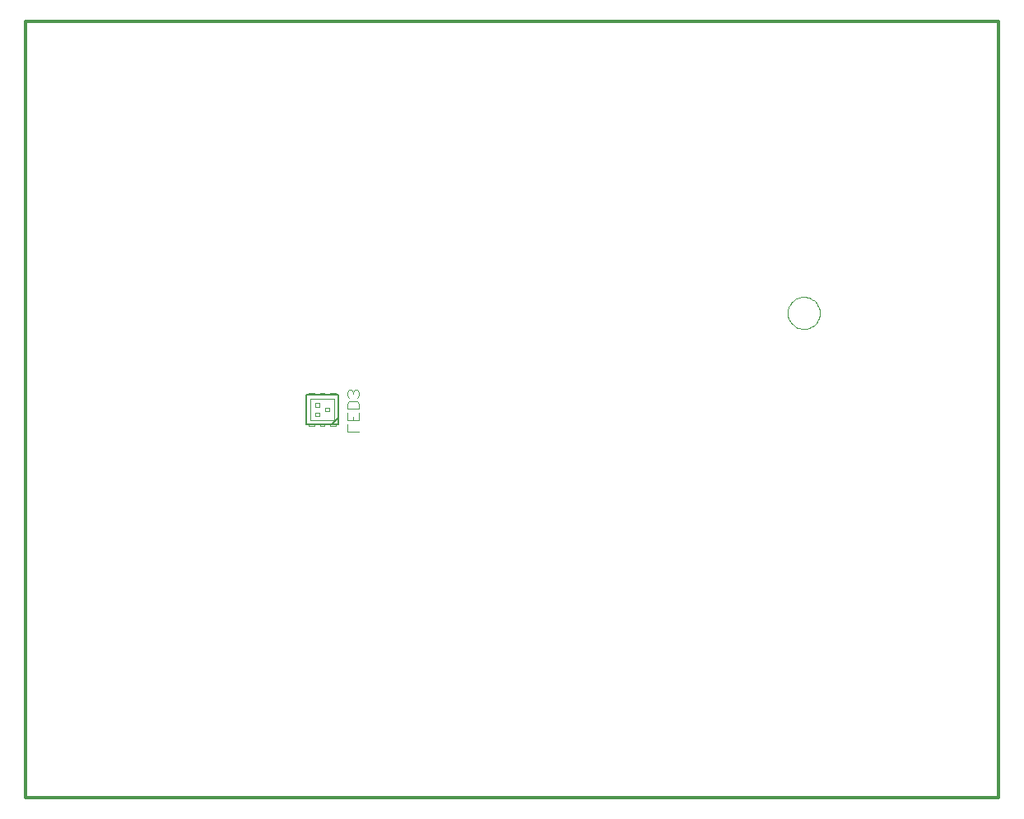
<source format=gbo>
G75*
%MOIN*%
%OFA0B0*%
%FSLAX24Y24*%
%IPPOS*%
%LPD*%
%AMOC8*
5,1,8,0,0,1.08239X$1,22.5*
%
%ADD10C,0.0120*%
%ADD11C,0.0040*%
%ADD12C,0.0080*%
%ADD13C,0.0000*%
D10*
X013160Y000220D02*
X013160Y031716D01*
X052530Y031716D01*
X052530Y000220D01*
X013160Y000220D01*
D11*
X026180Y015067D02*
X026180Y015374D01*
X026180Y015528D02*
X026180Y015835D01*
X026180Y015988D02*
X026180Y016218D01*
X026257Y016295D01*
X026564Y016295D01*
X026641Y016218D01*
X026641Y015988D01*
X026180Y015988D01*
X026411Y015681D02*
X026411Y015528D01*
X026641Y015528D02*
X026180Y015528D01*
X026180Y015067D02*
X026641Y015067D01*
X026641Y015528D02*
X026641Y015835D01*
X026564Y016448D02*
X026641Y016525D01*
X026641Y016679D01*
X026564Y016755D01*
X026487Y016755D01*
X026411Y016679D01*
X026334Y016755D01*
X026257Y016755D01*
X026180Y016679D01*
X026180Y016525D01*
X026257Y016448D01*
X026411Y016602D02*
X026411Y016679D01*
X025712Y016637D02*
X025712Y016559D01*
X025712Y016637D02*
X025475Y016637D01*
X025475Y016559D01*
X025239Y016559D02*
X025239Y016637D01*
X025082Y016637D01*
X025082Y016559D01*
X024845Y016559D02*
X024845Y016637D01*
X024609Y016637D01*
X024609Y016559D01*
X024668Y016401D02*
X024668Y015535D01*
X025652Y015535D01*
X025652Y016401D01*
X024668Y016401D01*
X024885Y016244D02*
X024885Y016086D01*
X025042Y016086D01*
X025042Y016244D01*
X024885Y016244D01*
X024885Y015850D02*
X024885Y015692D01*
X025042Y015692D01*
X025042Y015850D01*
X024885Y015850D01*
X025278Y015889D02*
X025436Y015889D01*
X025436Y016047D01*
X025278Y016047D01*
X025278Y015889D01*
X025239Y015377D02*
X025239Y015299D01*
X025082Y015299D01*
X025082Y015377D01*
X024845Y015377D02*
X024845Y015299D01*
X024609Y015299D01*
X024609Y015377D01*
X025475Y015377D02*
X025475Y015299D01*
X025712Y015299D01*
X025712Y015377D01*
D12*
X025810Y015377D01*
X025810Y015633D01*
X025554Y015377D01*
X025712Y015377D01*
X025554Y015377D02*
X025475Y015377D01*
X025239Y015377D01*
X025082Y015377D01*
X024845Y015377D01*
X024609Y015377D01*
X024511Y015377D01*
X024511Y016559D01*
X024609Y016559D01*
X024845Y016559D01*
X025082Y016559D01*
X025239Y016559D01*
X025475Y016559D01*
X025712Y016559D01*
X025810Y016559D01*
X025810Y015633D01*
D13*
X044010Y019883D02*
X044012Y019933D01*
X044018Y019983D01*
X044028Y020033D01*
X044041Y020081D01*
X044058Y020129D01*
X044079Y020175D01*
X044103Y020219D01*
X044131Y020261D01*
X044162Y020301D01*
X044196Y020338D01*
X044233Y020373D01*
X044272Y020404D01*
X044313Y020433D01*
X044357Y020458D01*
X044403Y020480D01*
X044450Y020498D01*
X044498Y020512D01*
X044547Y020523D01*
X044597Y020530D01*
X044647Y020533D01*
X044698Y020532D01*
X044748Y020527D01*
X044798Y020518D01*
X044846Y020506D01*
X044894Y020489D01*
X044940Y020469D01*
X044985Y020446D01*
X045028Y020419D01*
X045068Y020389D01*
X045106Y020356D01*
X045141Y020320D01*
X045174Y020281D01*
X045203Y020240D01*
X045229Y020197D01*
X045252Y020152D01*
X045271Y020105D01*
X045286Y020057D01*
X045298Y020008D01*
X045306Y019958D01*
X045310Y019908D01*
X045310Y019858D01*
X045306Y019808D01*
X045298Y019758D01*
X045286Y019709D01*
X045271Y019661D01*
X045252Y019614D01*
X045229Y019569D01*
X045203Y019526D01*
X045174Y019485D01*
X045141Y019446D01*
X045106Y019410D01*
X045068Y019377D01*
X045028Y019347D01*
X044985Y019320D01*
X044940Y019297D01*
X044894Y019277D01*
X044846Y019260D01*
X044798Y019248D01*
X044748Y019239D01*
X044698Y019234D01*
X044647Y019233D01*
X044597Y019236D01*
X044547Y019243D01*
X044498Y019254D01*
X044450Y019268D01*
X044403Y019286D01*
X044357Y019308D01*
X044313Y019333D01*
X044272Y019362D01*
X044233Y019393D01*
X044196Y019428D01*
X044162Y019465D01*
X044131Y019505D01*
X044103Y019547D01*
X044079Y019591D01*
X044058Y019637D01*
X044041Y019685D01*
X044028Y019733D01*
X044018Y019783D01*
X044012Y019833D01*
X044010Y019883D01*
M02*

</source>
